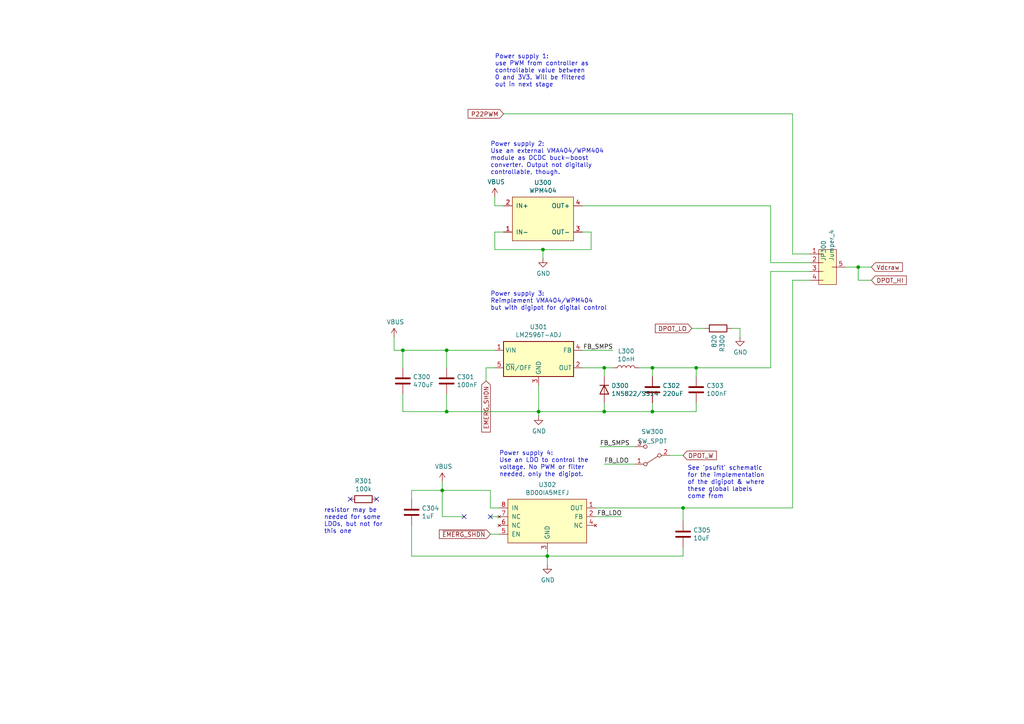
<source format=kicad_sch>
(kicad_sch (version 20211123) (generator eeschema)
  (paper "A4")
  (lib_symbols
    (symbol "Device:C" (pin_numbers hide) (pin_names (offset 0.254))
      (property "Reference" "C" (at 0.635 2.54 0))
      (property "Value" "C" (at 0.635 -2.54 0))
      (symbol "C_0_1"
        (polyline (pts (xy -2.032 -0.762) (xy 2.032 -0.762)) (stroke (width 0.508)))
        (polyline (pts (xy -2.032 0.762) (xy 2.032 0.762)) (stroke (width 0.508)))
      )
      (symbol "C_1_1"
        (pin passive line (at 0 3.81 270) (length 2.794) (name "~") (number "1"))
        (pin passive line (at 0 -3.81 90) (length 2.794) (name "~") (number "2"))
      )
    )
    (symbol "Device:D" (pin_numbers hide) (pin_names (offset 1.016) hide)
      (property "Reference" "D" (at 0 2.54 0))
      (property "Value" "D" (at 0 -2.54 0))
      (symbol "D_0_1"
        (polyline (pts (xy -1.27 1.27) (xy -1.27 -1.27)) (stroke (width 0.254)))
        (polyline (pts (xy 1.27 0) (xy -1.27 0)))
        (polyline (pts (xy 1.27 1.27) (xy 1.27 -1.27) (xy -1.27 0) (xy 1.27 1.27)) (stroke (width 0.254)))
      )
      (symbol "D_1_1"
        (pin passive line (at -3.81 0 0) (length 2.54) (name "K") (number "1"))
        (pin passive line (at 3.81 0 180) (length 2.54) (name "A") (number "2"))
      )
    )
    (symbol "Device:L" (pin_numbers hide) (pin_names (offset 1.016) hide)
      (property "Reference" "L" (at -1.27 0 90))
      (property "Value" "L" (at 1.905 0 90))
      (symbol "L_0_1"
        (arc (start 0 -2.54) (mid 0.635 -1.905) (end 0 -1.27))
        (arc (start 0 -1.27) (mid 0.635 -0.635) (end 0 0))
        (arc (start 0 0) (mid 0.635 0.635) (end 0 1.27))
        (arc (start 0 1.27) (mid 0.635 1.905) (end 0 2.54))
      )
      (symbol "L_1_1"
        (pin passive line (at 0 3.81 270) (length 1.27) (name "1") (number "1"))
        (pin passive line (at 0 -3.81 90) (length 1.27) (name "2") (number "2"))
      )
    )
    (symbol "Device:R" (pin_numbers hide) (pin_names (offset 0))
      (property "Reference" "R" (at 2.032 0 90))
      (property "Value" "R" (at 0 0 90))
      (symbol "R_0_1"
        (rectangle (start -1.016 -2.54) (end 1.016 2.54) (stroke (width 0.254)))
      )
      (symbol "R_1_1"
        (pin passive line (at 0 3.81 270) (length 1.27) (name "~") (number "1"))
        (pin passive line (at 0 -3.81 90) (length 1.27) (name "~") (number "2"))
      )
    )
    (symbol "Regulator_Switching:LM2596T-ADJ"
      (property "Reference" "U" (at -10.16 6.35 0))
      (property "Value" "LM2596T-ADJ" (at 0 6.35 0))
      (symbol "LM2596T-ADJ_0_1"
        (rectangle (start -10.16 5.08) (end 10.16 -5.08) (stroke (width 0.254)) (fill (type background)))
      )
      (symbol "LM2596T-ADJ_1_1"
        (pin power_in line (at -12.7 2.54 0) (length 2.54) (name "VIN") (number "1"))
        (pin output line (at 12.7 -2.54 180) (length 2.54) (name "OUT") (number "2"))
        (pin power_in line (at 0 -7.62 90) (length 2.54) (name "GND") (number "3"))
        (pin input line (at 12.7 2.54 180) (length 2.54) (name "FB") (number "4"))
        (pin input line (at -12.7 -2.54 0) (length 2.54) (name "~{ON}/OFF") (number "5"))
      )
    )
    (symbol "Switch:SW_SPDT" (pin_names (offset 0) hide)
      (property "Reference" "SW" (at 0 4.318 0))
      (property "Value" "SW_SPDT" (at 0 -5.08 0))
      (symbol "SW_SPDT_0_0"
        (circle (center -2.032 0) (radius 0.508))
        (circle (center 2.032 -2.54) (radius 0.508))
      )
      (symbol "SW_SPDT_0_1"
        (polyline (pts (xy -1.524 0.254) (xy 1.651 2.286)))
        (circle (center 2.032 2.54) (radius 0.508))
      )
      (symbol "SW_SPDT_1_1"
        (pin passive line (at 5.08 2.54 180) (length 2.54) (name "A") (number "1"))
        (pin passive line (at -5.08 0 0) (length 2.54) (name "B") (number "2"))
        (pin passive line (at 5.08 -2.54 180) (length 2.54) (name "C") (number "3"))
      )
    )
    (symbol "misc-mcus:BD00IA5MEFJ" (pin_names (offset 1.016))
      (property "Reference" "U" (at 0 1.27 0))
      (property "Value" "BD00IA5MEFJ" (at 0 3.81 0))
      (symbol "BD00IA5MEFJ_1_1"
        (rectangle (start -11.43 6.35) (end 11.43 -6.35) (fill (type background)))
        (pin power_out line (at 13.97 3.81 180) (length 2.54) (name "OUT") (number "1"))
        (pin passive line (at 13.97 1.27 180) (length 2.54) (name "FB") (number "2"))
        (pin passive line (at 0 -8.89 90) (length 2.54) (name "GND") (number "3"))
        (pin no_connect line (at 13.97 -1.27 180) (length 2.54) (name "NC") (number "4"))
        (pin input line (at -13.97 -3.81 0) (length 2.54) (name "EN") (number "5"))
        (pin no_connect line (at -13.97 -1.27 0) (length 2.54) (name "NC") (number "6"))
        (pin no_connect line (at -13.97 1.27 0) (length 2.54) (name "NC") (number "7"))
        (pin power_in line (at -13.97 3.81 0) (length 2.54) (name "IN") (number "8"))
      )
    )
    (symbol "misc-mcus:Jumper_4" (pin_names (offset 1.016))
      (property "Reference" "JP" (at 0 11.43 0))
      (property "Value" "Jumper_4" (at 0 11.43 0))
      (symbol "Jumper_4_0_1"
        (rectangle (start -2.54 5.08) (end 2.54 -5.08) (fill (type background)))
        (polyline (pts (xy -2.54 -3.81) (xy -1.27 -3.81)))
        (polyline (pts (xy -2.54 -1.27) (xy -1.27 -1.27)))
        (polyline (pts (xy -2.54 1.27) (xy -1.27 1.27)))
        (polyline (pts (xy -2.54 3.81) (xy -1.27 3.81)))
        (polyline (pts (xy 2.54 0) (xy 1.27 0)))
      )
      (symbol "Jumper_4_1_1"
        (pin passive line (at -5.08 3.81 0) (length 2.54) (name "~") (number "1"))
        (pin passive line (at -5.08 1.27 0) (length 2.54) (name "~") (number "2"))
        (pin passive line (at -5.08 -1.27 0) (length 2.54) (name "~") (number "3"))
        (pin passive line (at -5.08 -3.81 0) (length 2.54) (name "~") (number "4"))
        (pin passive line (at 5.08 0 180) (length 2.54) (name "~") (number "5"))
      )
    )
    (symbol "misc-mcus:WPM404" (pin_names (offset 1.016))
      (property "Reference" "U" (at 0 -1.27 0))
      (property "Value" "WPM404" (at 0 1.27 0))
      (symbol "WPM404_0_1"
        (rectangle (start -8.89 6.35) (end 8.89 -6.35) (fill (type background)))
      )
      (symbol "WPM404_1_1"
        (pin power_in line (at -11.43 -3.81 0) (length 2.54) (name "IN-") (number "1"))
        (pin power_in line (at -11.43 3.81 0) (length 2.54) (name "IN+") (number "2"))
        (pin power_out line (at 11.43 -3.81 180) (length 2.54) (name "OUT-") (number "3"))
        (pin power_out line (at 11.43 3.81 180) (length 2.54) (name "OUT+") (number "4"))
      )
    )
    (symbol "power:GND" (power) (pin_names (offset 0))
      (property "Value" "GND" (at 0 -3.81 0))
      (symbol "GND_0_1"
        (polyline (pts (xy 0 0) (xy 0 -1.27) (xy 1.27 -1.27) (xy 0 -2.54) (xy -1.27 -1.27) (xy 0 -1.27)))
      )
      (symbol "GND_1_1"
        (pin power_in line (at 0 0 270) (length 0) hide (name "GND") (number "1"))
      )
    )
    (symbol "power:VBUS" (power) (pin_names (offset 0))
      (property "Value" "VBUS" (at 0 3.81 0))
      (symbol "VBUS_0_1"
        (polyline (pts (xy -0.762 1.27) (xy 0 2.54)))
        (polyline (pts (xy 0 0) (xy 0 2.54)))
        (polyline (pts (xy 0 2.54) (xy 0.762 1.27)))
      )
      (symbol "VBUS_1_1"
        (pin power_in line (at 0 0 90) (length 0) hide (name "VBUS") (number "1"))
      )
    )
  )
  (junction (at 129.54 101.6))
  (junction (at 116.84 101.6))
  (junction (at 201.93 106.68))
  (junction (at 198.12 147.32))
  (junction (at 158.75 161.29))
  (junction (at 129.54 119.38))
  (junction (at 156.21 119.38))
  (junction (at 128.27 142.24))
  (junction (at 175.26 106.68))
  (junction (at 248.92 77.47))
  (junction (at 189.23 106.68))
  (junction (at 175.26 119.38))
  (junction (at 189.23 119.38))
  (junction (at 157.48 72.39))
  (no_connect (at 109.22 144.78))
  (no_connect (at 101.6 144.78))
  (no_connect (at 142.24 149.86))
  (no_connect (at 134.62 149.86))
  (wire (pts (xy 223.52 78.74) (xy 234.95 78.74)))
  (wire (pts (xy 189.23 106.68) (xy 201.93 106.68)))
  (wire (pts (xy 119.38 152.4) (xy 119.38 161.29)))
  (wire (pts (xy 146.05 33.02) (xy 229.87 33.02)))
  (wire (pts (xy 223.52 59.69) (xy 223.52 76.2)))
  (wire (pts (xy 198.12 151.13) (xy 198.12 147.32)))
  (wire (pts (xy 140.97 110.49) (xy 140.97 106.68)))
  (wire (pts (xy 171.45 72.39) (xy 171.45 67.31)))
  (wire (pts (xy 128.27 142.24) (xy 142.24 142.24)))
  (wire (pts (xy 140.97 106.68) (xy 143.51 106.68)))
  (wire (pts (xy 223.52 76.2) (xy 234.95 76.2)))
  (wire (pts (xy 175.26 119.38) (xy 175.26 116.84)))
  (wire (pts (xy 189.23 116.84) (xy 189.23 119.38)))
  (wire (pts (xy 201.93 106.68) (xy 223.52 106.68)))
  (wire (pts (xy 212.09 95.25) (xy 214.63 95.25)))
  (wire (pts (xy 128.27 142.24) (xy 128.27 139.7)))
  (wire (pts (xy 194.31 132.08) (xy 198.12 132.08)))
  (wire (pts (xy 116.84 114.3) (xy 116.84 119.38)))
  (wire (pts (xy 158.75 163.83) (xy 158.75 161.29)))
  (wire (pts (xy 134.62 149.86) (xy 128.27 149.86)))
  (wire (pts (xy 198.12 161.29) (xy 198.12 158.75)))
  (wire (pts (xy 175.26 106.68) (xy 175.26 109.22)))
  (wire (pts (xy 144.78 154.94) (xy 142.24 154.94)))
  (wire (pts (xy 185.42 106.68) (xy 189.23 106.68)))
  (wire (pts (xy 223.52 106.68) (xy 223.52 78.74)))
  (wire (pts (xy 168.91 106.68) (xy 175.26 106.68)))
  (wire (pts (xy 229.87 147.32) (xy 229.87 81.28)))
  (wire (pts (xy 168.91 59.69) (xy 223.52 59.69)))
  (wire (pts (xy 204.47 95.25) (xy 200.66 95.25)))
  (wire (pts (xy 143.51 59.69) (xy 146.05 59.69)))
  (wire (pts (xy 119.38 142.24) (xy 119.38 144.78)))
  (wire (pts (xy 116.84 101.6) (xy 129.54 101.6)))
  (wire (pts (xy 172.72 149.86) (xy 180.34 149.86)))
  (wire (pts (xy 144.78 149.86) (xy 142.24 149.86)))
  (wire (pts (xy 173.99 129.54) (xy 184.15 129.54)))
  (wire (pts (xy 201.93 116.84) (xy 201.93 119.38)))
  (wire (pts (xy 129.54 119.38) (xy 156.21 119.38)))
  (wire (pts (xy 171.45 67.31) (xy 168.91 67.31)))
  (wire (pts (xy 158.75 161.29) (xy 158.75 160.02)))
  (wire (pts (xy 143.51 67.31) (xy 143.51 72.39)))
  (wire (pts (xy 234.95 73.66) (xy 229.87 73.66)))
  (wire (pts (xy 142.24 142.24) (xy 142.24 147.32)))
  (wire (pts (xy 146.05 67.31) (xy 143.51 67.31)))
  (wire (pts (xy 214.63 95.25) (xy 214.63 97.79)))
  (wire (pts (xy 175.26 134.62) (xy 184.15 134.62)))
  (wire (pts (xy 201.93 119.38) (xy 189.23 119.38)))
  (wire (pts (xy 157.48 72.39) (xy 171.45 72.39)))
  (wire (pts (xy 177.8 106.68) (xy 175.26 106.68)))
  (wire (pts (xy 189.23 106.68) (xy 189.23 109.22)))
  (wire (pts (xy 157.48 74.93) (xy 157.48 72.39)))
  (wire (pts (xy 129.54 101.6) (xy 143.51 101.6)))
  (wire (pts (xy 248.92 81.28) (xy 248.92 77.47)))
  (wire (pts (xy 158.75 161.29) (xy 119.38 161.29)))
  (wire (pts (xy 201.93 106.68) (xy 201.93 109.22)))
  (wire (pts (xy 248.92 77.47) (xy 245.11 77.47)))
  (wire (pts (xy 229.87 81.28) (xy 234.95 81.28)))
  (wire (pts (xy 116.84 119.38) (xy 129.54 119.38)))
  (wire (pts (xy 252.73 77.47) (xy 248.92 77.47)))
  (wire (pts (xy 158.75 161.29) (xy 198.12 161.29)))
  (wire (pts (xy 142.24 147.32) (xy 144.78 147.32)))
  (wire (pts (xy 189.23 119.38) (xy 175.26 119.38)))
  (wire (pts (xy 156.21 119.38) (xy 156.21 120.65)))
  (wire (pts (xy 198.12 147.32) (xy 229.87 147.32)))
  (wire (pts (xy 156.21 111.76) (xy 156.21 119.38)))
  (wire (pts (xy 128.27 149.86) (xy 128.27 142.24)))
  (wire (pts (xy 143.51 57.15) (xy 143.51 59.69)))
  (wire (pts (xy 129.54 106.68) (xy 129.54 101.6)))
  (wire (pts (xy 129.54 114.3) (xy 129.54 119.38)))
  (wire (pts (xy 229.87 73.66) (xy 229.87 33.02)))
  (wire (pts (xy 172.72 147.32) (xy 198.12 147.32)))
  (wire (pts (xy 116.84 106.68) (xy 116.84 101.6)))
  (wire (pts (xy 143.51 72.39) (xy 157.48 72.39)))
  (wire (pts (xy 114.3 97.79) (xy 114.3 101.6)))
  (wire (pts (xy 114.3 101.6) (xy 116.84 101.6)))
  (wire (pts (xy 168.91 101.6) (xy 177.8 101.6)))
  (wire (pts (xy 156.21 119.38) (xy 175.26 119.38)))
  (wire (pts (xy 252.73 81.28) (xy 248.92 81.28)))
  (wire (pts (xy 128.27 142.24) (xy 119.38 142.24)))
  (text "Power supply 2:\nUse an external VMA404/WPM404\nmodule as DCDC buck-boost\nconverter. Output not digitally\ncontrollable, though." (at 142.24 50.8 0) (effects (font (size 1.27 1.27)) (justify left bottom)))
  (text "Power supply 4:\nUse an LDO to control the\nvoltage. No PWM or filter\nneeded, only the digipot." (at 144.78 138.43 0) (effects (font (size 1.27 1.27)) (justify left bottom)))
  (text "Power supply 3:\nReimplement VMA404/WPM404\nbut with digipot for digital control" (at 142.24 90.17 0) (effects (font (size 1.27 1.27)) (justify left bottom)))
  (text "See 'psuflt' schematic\nfor the implementation\nof the digipot & where\nthese global labels\ncome from" (at 199.39 144.78 0) (effects (font (size 1.27 1.27)) (justify left bottom)))
  (text "Power supply 1:\nuse PWM from controller as\ncontrollable value between\n0 and 3V3. Will be filtered\nout in next stage" (at 143.51 25.4 0) (effects (font (size 1.27 1.27)) (justify left bottom)))
  (text "resistor may be\nneeded for some\nLDOs, but not for\nthis one" (at 93.98 154.94 0) (effects (font (size 1.27 1.27)) (justify left bottom)))
  (label "FB_SMPS" (at 177.8 101.6 180))
  (label "FB_LDO" (at 175.26 134.62 0))
  (label "FB_SMPS" (at 173.99 129.54 0))
  (label "FB_LDO" (at 180.34 149.86 180))
  (global_label "DPOT_W" (shape input) (at 198.12 132.08 0) (property "Intersheet References" "${INTERSHEET_REFS}" (effects hide)))
  (global_label "P22PWM" (shape input) (at 146.05 33.02 180) (property "Intersheet References" "${INTERSHEET_REFS}" (effects hide)))
  (global_label "Vdcraw" (shape input) (at 252.73 77.47 0) (property "Intersheet References" "${INTERSHEET_REFS}" (effects hide)))
  (global_label "~{EMERG_SHDN}" (shape input) (at 142.24 154.94 180) (property "Intersheet References" "${INTERSHEET_REFS}" (effects hide)))
  (global_label "DPOT_LO" (shape input) (at 200.66 95.25 180) (property "Intersheet References" "${INTERSHEET_REFS}" (effects hide)))
  (global_label "EMERG_SHDN" (shape input) (at 140.97 110.49 270) (property "Intersheet References" "${INTERSHEET_REFS}" (effects hide)))
  (global_label "DPOT_HI" (shape input) (at 252.73 81.28 0) (property "Intersheet References" "${INTERSHEET_REFS}" (effects hide)))
  (symbol (lib_id "misc-mcus:WPM404") (at 157.48 63.5 0) (unit 1)
    (property "Reference" "U300" (at 157.48 52.959 0))
    (property "Value" "WPM404" (at 157.48 55.2704 0))
    (property "Footprint" "chip-bo:VMA404-Module-THT" (effects hide))
  )
  (symbol (lib_id "power:GND") (at 157.48 74.93 0) (unit 1)
    (property "Reference" "#PWR0134" (effects hide))
    (property "Value" "GND" (at 157.607 79.3242 0))
  )
  (symbol (lib_id "power:VBUS") (at 143.51 57.15 0) (unit 1)
    (property "Reference" "#PWR0135" (effects hide))
    (property "Value" "VBUS" (at 143.891 52.7558 0))
  )
  (symbol (lib_id "Regulator_Switching:LM2596T-ADJ") (at 156.21 104.14 0) (unit 1)
    (property "Reference" "U301" (at 156.21 94.8182 0))
    (property "Value" "LM2596T-ADJ" (at 156.21 97.1296 0))
    (property "Footprint" "Package_TO_SOT_THT:TO-220-5_P3.4x3.7mm_StaggerOdd_Lead3.8mm_Vertical" (effects hide))
    (property "Datasheet" "http://www.ti.com/lit/ds/symlink/lm2596.pdf" (effects hide))
  )
  (symbol (lib_id "power:VBUS") (at 114.3 97.79 0) (unit 1)
    (property "Reference" "#PWR0136" (effects hide))
    (property "Value" "VBUS" (at 114.681 93.3958 0))
  )
  (symbol (lib_id "Device:C") (at 116.84 110.49 0) (unit 1)
    (property "Reference" "C300" (at 119.761 109.3216 0) (effects (justify left)))
    (property "Value" "470uF" (at 119.761 111.633 0) (effects (justify left)))
    (property "Footprint" "Capacitor_THT:CP_Radial_D6.3mm_P2.50mm" (effects hide))
  )
  (symbol (lib_id "power:GND") (at 156.21 120.65 0) (unit 1)
    (property "Reference" "#PWR0137" (effects hide))
    (property "Value" "GND" (at 156.337 125.0442 0))
  )
  (symbol (lib_id "Device:C") (at 129.54 110.49 0) (unit 1)
    (property "Reference" "C301" (at 132.461 109.3216 0) (effects (justify left)))
    (property "Value" "100nF" (at 132.461 111.633 0) (effects (justify left)))
    (property "Footprint" "Capacitor_SMD:C_0603_1608Metric_Pad1.08x0.95mm_HandSolder" (effects hide))
  )
  (symbol (lib_id "Device:D") (at 175.26 113.03 270) (unit 1)
    (property "Reference" "D300" (at 177.292 111.8616 90) (effects (justify left)))
    (property "Value" "1N5822/SS14" (at 177.292 114.173 90) (effects (justify left)))
    (property "Footprint" "Diode_SMD:D_SOD-123" (effects hide))
  )
  (symbol (lib_id "Device:L") (at 181.61 106.68 90) (unit 1)
    (property "Reference" "L300" (at 181.61 101.854 90))
    (property "Value" "10nH" (at 181.61 104.1654 90))
    (property "Footprint" "Inductor_SMD:L_7.3x7.3_H4.5" (effects hide))
  )
  (symbol (lib_id "Device:C") (at 189.23 113.03 0) (unit 1)
    (property "Reference" "C302" (at 192.151 111.8616 0) (effects (justify left)))
    (property "Value" "220uF" (at 192.151 114.173 0) (effects (justify left)))
    (property "Footprint" "Capacitor_THT:CP_Radial_D6.3mm_P2.50mm" (effects hide))
  )
  (symbol (lib_id "Device:C") (at 201.93 113.03 0) (unit 1)
    (property "Reference" "C303" (at 204.851 111.8616 0) (effects (justify left)))
    (property "Value" "100nF" (at 204.851 114.173 0) (effects (justify left)))
    (property "Footprint" "Capacitor_SMD:C_0603_1608Metric_Pad1.08x0.95mm_HandSolder" (effects hide))
  )
  (symbol (lib_id "Device:R") (at 208.28 95.25 270) (unit 1)
    (property "Reference" "R300" (at 209.4484 97.028 0) (effects (justify left)))
    (property "Value" "820" (at 207.137 97.028 0) (effects (justify left)))
    (property "Footprint" "Resistor_SMD:R_0603_1608Metric_Pad0.98x0.95mm_HandSolder" (effects hide))
  )
  (symbol (lib_id "power:GND") (at 214.63 97.79 0) (unit 1)
    (property "Reference" "#PWR0138" (effects hide))
    (property "Value" "GND" (at 214.757 102.1842 0))
  )
  (symbol (lib_id "misc-mcus:BD00IA5MEFJ") (at 158.75 151.13 0) (unit 1)
    (property "Reference" "U302" (at 158.75 140.589 0))
    (property "Value" "BD00IA5MEFJ" (at 158.75 142.9004 0))
    (property "Footprint" "Package_SO:HSOP-8-1EP_3.9x4.9mm_P1.27mm_EP2.41x3.1mm" (effects hide))
    (property "Datasheet" "https://www.farnell.com/datasheets/2296755.pdf" (effects hide))
  )
  (symbol (lib_id "power:VBUS") (at 128.27 139.7 0) (unit 1)
    (property "Reference" "#PWR0139" (effects hide))
    (property "Value" "VBUS" (at 128.651 135.3058 0))
  )
  (symbol (lib_id "power:GND") (at 158.75 163.83 0) (unit 1)
    (property "Reference" "#PWR0140" (effects hide))
    (property "Value" "GND" (at 158.877 168.2242 0))
  )
  (symbol (lib_id "Device:R") (at 105.41 144.78 270) (unit 1) (in_bom no) (on_board no)
    (property "Reference" "R301" (at 105.41 139.5222 90))
    (property "Value" "100k" (at 105.41 141.8336 90))
    (property "Footprint" "Resistor_SMD:R_0603_1608Metric_Pad0.98x0.95mm_HandSolder" (effects hide))
  )
  (symbol (lib_id "Device:C") (at 119.38 148.59 0) (unit 1)
    (property "Reference" "C304" (at 122.301 147.4216 0) (effects (justify left)))
    (property "Value" "1uF" (at 122.301 149.733 0) (effects (justify left)))
    (property "Footprint" "Capacitor_SMD:C_0805_2012Metric_Pad1.18x1.45mm_HandSolder" (effects hide))
  )
  (symbol (lib_id "Device:C") (at 198.12 154.94 0) (unit 1)
    (property "Reference" "C305" (at 201.041 153.7716 0) (effects (justify left)))
    (property "Value" "10uF" (at 201.041 156.083 0) (effects (justify left)))
    (property "Footprint" "Capacitor_SMD:C_0805_2012Metric_Pad1.18x1.45mm_HandSolder" (effects hide))
  )
  (symbol (lib_id "misc-mcus:Jumper_4") (at 240.03 77.47 0) (unit 1)
    (property "Reference" "JP300" (at 238.8616 75.7682 90) (effects (justify left)))
    (property "Value" "Jumper_4" (at 241.173 75.7682 90) (effects (justify left)))
    (property "Footprint" "chip-bo:Jumper4_PinHeader" (effects hide))
  )
  (symbol (lib_id "Switch:SW_SPDT") (at 189.23 132.08 180) (unit 1)
    (property "Reference" "SW300" (at 189.23 125.1925 0))
    (property "Value" "SW_SPDT" (at 189.23 127.9676 0))
    (property "Footprint" "Connector_PinHeader_2.54mm:PinHeader_1x03_P2.54mm_Vertical" (effects hide))
  )
)
</source>
